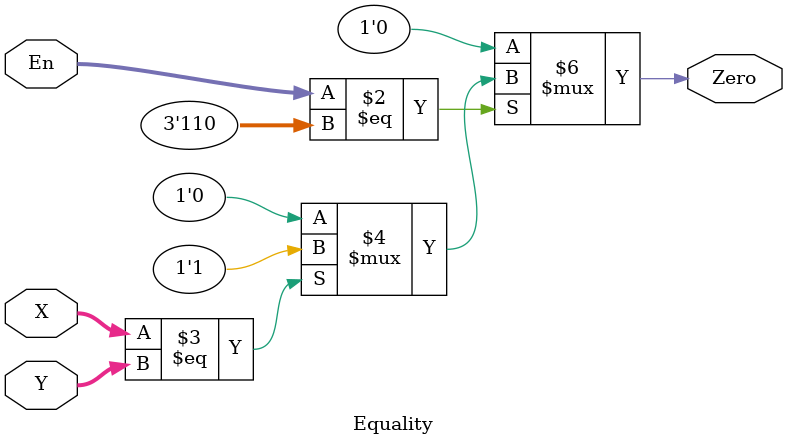
<source format=v>
module Equality(X,Y,En,Zero);
input [7:0] X,Y;
input [2:0] En;
output Zero;
reg Zero;
always @(X,Y,En) begin
if(En == 3'b110 )
Zero=(X==Y)?1'b1:1'b0;
else
Zero=1'b0;
end
endmodule

</source>
